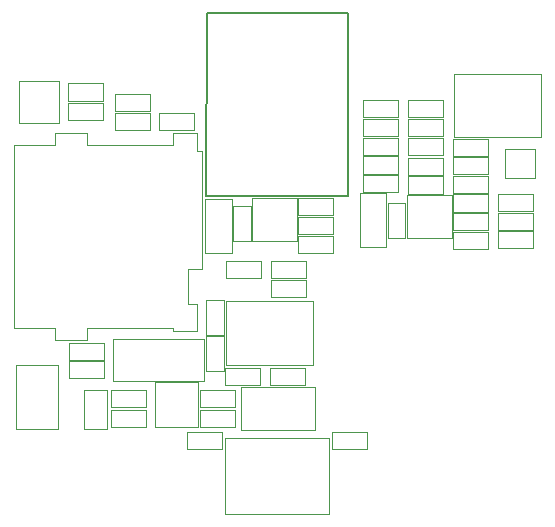
<source format=gbr>
%TF.GenerationSoftware,KiCad,Pcbnew,5.1.5+dfsg1-2~bpo10+1*%
%TF.CreationDate,Date%
%TF.ProjectId,osw,6f73772e-6b69-4636-9164-5f7063625858,3.1*%
%TF.SameCoordinates,Original*%
%TF.FileFunction,Other,User*%
%FSLAX46Y46*%
G04 Gerber Fmt 4.6, Leading zero omitted, Abs format (unit mm)*
G04 Created by KiCad*
%MOMM*%
%LPD*%
G04 APERTURE LIST*
%ADD10C,0.050000*%
%ADD11C,0.150000*%
G04 APERTURE END LIST*
D10*
%TO.C,J1*%
X137947400Y-124091700D02*
X141503400Y-124091700D01*
X137947400Y-118630700D02*
X137947400Y-124091700D01*
X141503400Y-118630700D02*
X137947400Y-118630700D01*
X141503400Y-124091700D02*
X141503400Y-118630700D01*
%TO.C,C12*%
X162452500Y-111474500D02*
X162452500Y-112934500D01*
X162452500Y-112934500D02*
X159492500Y-112934500D01*
X159492500Y-112934500D02*
X159492500Y-111474500D01*
X159492500Y-111474500D02*
X162452500Y-111474500D01*
%TO.C,U3*%
X155685000Y-113251000D02*
X155685000Y-118651000D01*
X155685000Y-118651000D02*
X163085000Y-118651000D01*
X163085000Y-118651000D02*
X163085000Y-113251000D01*
X163085000Y-113251000D02*
X155685000Y-113251000D01*
%TO.C,R25*%
X177882900Y-102524732D02*
X174922900Y-102524732D01*
X177882900Y-101064732D02*
X177882900Y-102524732D01*
X174922900Y-101064732D02*
X177882900Y-101064732D01*
X174922900Y-102524732D02*
X174922900Y-101064732D01*
%TO.C,R24*%
X177882900Y-104110115D02*
X174922900Y-104110115D01*
X177882900Y-102650115D02*
X177882900Y-104110115D01*
X174922900Y-102650115D02*
X177882900Y-102650115D01*
X174922900Y-104110115D02*
X174922900Y-102650115D01*
%TO.C,R23*%
X171113000Y-102711500D02*
X174073000Y-102711500D01*
X171113000Y-104171500D02*
X171113000Y-102711500D01*
X174073000Y-104171500D02*
X171113000Y-104171500D01*
X174073000Y-102711500D02*
X174073000Y-104171500D01*
%TO.C,R20*%
X174098400Y-102584000D02*
X171138400Y-102584000D01*
X174098400Y-101124000D02*
X174098400Y-102584000D01*
X171138400Y-101124000D02*
X174098400Y-101124000D01*
X171138400Y-102584000D02*
X171138400Y-101124000D01*
%TO.C,R3*%
X174073000Y-100933000D02*
X171113000Y-100933000D01*
X174073000Y-99473000D02*
X174073000Y-100933000D01*
X171113000Y-99473000D02*
X174073000Y-99473000D01*
X171113000Y-100933000D02*
X171113000Y-99473000D01*
D11*
%TO.C,U8*%
X154056400Y-88884000D02*
X165994400Y-88884000D01*
X154005600Y-104378000D02*
X165994400Y-104378000D01*
X154005600Y-104378000D02*
X154056400Y-88884000D01*
X165994400Y-104378000D02*
X165994400Y-88884000D01*
D10*
%TO.C,R18*%
X174047600Y-97832583D02*
X174047600Y-99292583D01*
X174047600Y-99292583D02*
X171087600Y-99292583D01*
X171087600Y-99292583D02*
X171087600Y-97832583D01*
X171087600Y-97832583D02*
X174047600Y-97832583D01*
%TO.C,C11*%
X174047600Y-96247200D02*
X174047600Y-97707200D01*
X174047600Y-97707200D02*
X171087600Y-97707200D01*
X171087600Y-97707200D02*
X171087600Y-96247200D01*
X171087600Y-96247200D02*
X174047600Y-96247200D01*
%TO.C,C21*%
X167302900Y-97707200D02*
X167302900Y-96247200D01*
X167302900Y-96247200D02*
X170262900Y-96247200D01*
X170262900Y-96247200D02*
X170262900Y-97707200D01*
X170262900Y-97707200D02*
X167302900Y-97707200D01*
%TO.C,C22*%
X146284500Y-98774000D02*
X146284500Y-97314000D01*
X146284500Y-97314000D02*
X149244500Y-97314000D01*
X149244500Y-97314000D02*
X149244500Y-98774000D01*
X149244500Y-98774000D02*
X146284500Y-98774000D01*
%TO.C,C20*%
X167302900Y-99292583D02*
X167302900Y-97832583D01*
X167302900Y-97832583D02*
X170262900Y-97832583D01*
X170262900Y-97832583D02*
X170262900Y-99292583D01*
X170262900Y-99292583D02*
X167302900Y-99292583D01*
%TO.C,XS1*%
X137700000Y-100050000D02*
X137700000Y-115550000D01*
X137700000Y-100050000D02*
X141200000Y-100050000D01*
X141200000Y-100050000D02*
X141200000Y-99050000D01*
X141200000Y-99050000D02*
X143950000Y-99050000D01*
X143950000Y-99050000D02*
X143950000Y-100050000D01*
X143950000Y-100050000D02*
X151200000Y-100050000D01*
X151200000Y-100050000D02*
X151200000Y-99050000D01*
X151200000Y-99050000D02*
X153200000Y-99050000D01*
X153200000Y-99050000D02*
X153200000Y-100550000D01*
X153200000Y-100550000D02*
X153700000Y-100550000D01*
X153700000Y-100550000D02*
X153700000Y-110550000D01*
X153700000Y-110550000D02*
X152450000Y-110550000D01*
X152450000Y-110550000D02*
X152450000Y-113550000D01*
X152450000Y-113550000D02*
X153200000Y-113550000D01*
X153200000Y-113550000D02*
X153200000Y-115800000D01*
X153200000Y-115800000D02*
X151200000Y-115800000D01*
X151200000Y-115800000D02*
X151200000Y-115550000D01*
X151200000Y-115550000D02*
X143950000Y-115550000D01*
X143950000Y-115550000D02*
X143950000Y-116550000D01*
X143950000Y-116550000D02*
X141200000Y-116550000D01*
X141200000Y-116550000D02*
X141200000Y-115550000D01*
X141200000Y-115550000D02*
X137700000Y-115550000D01*
%TO.C,U13*%
X157866000Y-108162500D02*
X157866000Y-104562500D01*
X161666000Y-108162500D02*
X157866000Y-108162500D01*
X161666000Y-104562500D02*
X161666000Y-108162500D01*
X157866000Y-104562500D02*
X161666000Y-104562500D01*
%TO.C,U10*%
X171010500Y-107908500D02*
X171010500Y-104308500D01*
X174810500Y-107908500D02*
X171010500Y-107908500D01*
X174810500Y-104308500D02*
X174810500Y-107908500D01*
X171010500Y-104308500D02*
X174810500Y-104308500D01*
%TO.C,R22*%
X145244000Y-96297500D02*
X142284000Y-96297500D01*
X145244000Y-94837500D02*
X145244000Y-96297500D01*
X142284000Y-94837500D02*
X145244000Y-94837500D01*
X142284000Y-96297500D02*
X142284000Y-94837500D01*
%TO.C,R21*%
X145244000Y-97961200D02*
X142284000Y-97961200D01*
X145244000Y-96501200D02*
X145244000Y-97961200D01*
X142284000Y-96501200D02*
X145244000Y-96501200D01*
X142284000Y-97961200D02*
X142284000Y-96501200D01*
%TO.C,R12*%
X174923000Y-104235500D02*
X177883000Y-104235500D01*
X174923000Y-105695500D02*
X174923000Y-104235500D01*
X177883000Y-105695500D02*
X174923000Y-105695500D01*
X177883000Y-104235500D02*
X177883000Y-105695500D01*
%TO.C,R2*%
X170288400Y-104048732D02*
X167328400Y-104048732D01*
X170288400Y-102588732D02*
X170288400Y-104048732D01*
X167328400Y-102588732D02*
X170288400Y-102588732D01*
X167328400Y-104048732D02*
X167328400Y-102588732D01*
%TO.C,C19*%
X164738500Y-107600500D02*
X161778500Y-107600500D01*
X164738500Y-106140500D02*
X164738500Y-107600500D01*
X161778500Y-106140500D02*
X164738500Y-106140500D01*
X161778500Y-107600500D02*
X161778500Y-106140500D01*
%TO.C,C18*%
X177883000Y-108870500D02*
X174923000Y-108870500D01*
X177883000Y-107410500D02*
X177883000Y-108870500D01*
X174923000Y-107410500D02*
X177883000Y-107410500D01*
X174923000Y-108870500D02*
X174923000Y-107410500D01*
%TO.C,C17*%
X164738500Y-106013000D02*
X161778500Y-106013000D01*
X164738500Y-104553000D02*
X164738500Y-106013000D01*
X161778500Y-104553000D02*
X164738500Y-104553000D01*
X161778500Y-106013000D02*
X161778500Y-104553000D01*
%TO.C,C16*%
X177883000Y-107283000D02*
X174923000Y-107283000D01*
X177883000Y-105823000D02*
X177883000Y-107283000D01*
X174923000Y-105823000D02*
X177883000Y-105823000D01*
X174923000Y-107283000D02*
X174923000Y-105823000D01*
%TO.C,C15*%
X157765500Y-105200000D02*
X157765500Y-108160000D01*
X156305500Y-105200000D02*
X157765500Y-105200000D01*
X156305500Y-108160000D02*
X156305500Y-105200000D01*
X157765500Y-108160000D02*
X156305500Y-108160000D01*
%TO.C,C14*%
X170846500Y-104946000D02*
X170846500Y-107906000D01*
X169386500Y-104946000D02*
X170846500Y-104946000D01*
X169386500Y-107906000D02*
X169386500Y-104946000D01*
X170846500Y-107906000D02*
X169386500Y-107906000D01*
%TO.C,C6*%
X156187000Y-104590500D02*
X156187000Y-109150500D01*
X153947000Y-104590500D02*
X156187000Y-104590500D01*
X153947000Y-109150500D02*
X153947000Y-104590500D01*
X156187000Y-109150500D02*
X153947000Y-109150500D01*
%TO.C,C5*%
X169268000Y-104146000D02*
X169268000Y-108706000D01*
X167028000Y-104146000D02*
X169268000Y-104146000D01*
X167028000Y-108706000D02*
X167028000Y-104146000D01*
X169268000Y-108706000D02*
X167028000Y-108706000D01*
%TO.C,U2*%
X179344000Y-100350000D02*
X181844000Y-100350000D01*
X179344000Y-102850000D02*
X179344000Y-100350000D01*
X181844000Y-102850000D02*
X179344000Y-102850000D01*
X181844000Y-100350000D02*
X181844000Y-102850000D01*
%TO.C,U9*%
X146137000Y-119987000D02*
X153837000Y-119987000D01*
X146137000Y-116487000D02*
X146137000Y-119987000D01*
X153837000Y-116487000D02*
X146137000Y-116487000D01*
X153837000Y-119987000D02*
X153837000Y-116487000D01*
%TO.C,R19*%
X155479500Y-119209000D02*
X154019500Y-119209000D01*
X154019500Y-119209000D02*
X154019500Y-116249000D01*
X154019500Y-116249000D02*
X155479500Y-116249000D01*
X155479500Y-116249000D02*
X155479500Y-119209000D01*
%TO.C,C13*%
X177883000Y-99536500D02*
X177883000Y-100996500D01*
X177883000Y-100996500D02*
X174923000Y-100996500D01*
X174923000Y-100996500D02*
X174923000Y-99536500D01*
X174923000Y-99536500D02*
X177883000Y-99536500D01*
%TO.C,C10*%
X167302900Y-100877966D02*
X167302900Y-99417966D01*
X167302900Y-99417966D02*
X170262900Y-99417966D01*
X170262900Y-99417966D02*
X170262900Y-100877966D01*
X170262900Y-100877966D02*
X167302900Y-100877966D01*
%TO.C,C9*%
X158579000Y-118904000D02*
X158579000Y-120364000D01*
X158579000Y-120364000D02*
X155619000Y-120364000D01*
X155619000Y-120364000D02*
X155619000Y-118904000D01*
X155619000Y-118904000D02*
X158579000Y-118904000D01*
%TO.C,C8*%
X178733000Y-108807000D02*
X178733000Y-107347000D01*
X178733000Y-107347000D02*
X181693000Y-107347000D01*
X181693000Y-107347000D02*
X181693000Y-108807000D01*
X181693000Y-108807000D02*
X178733000Y-108807000D01*
%TO.C,C7*%
X146297200Y-97148400D02*
X146297200Y-95688400D01*
X146297200Y-95688400D02*
X149257200Y-95688400D01*
X149257200Y-95688400D02*
X149257200Y-97148400D01*
X149257200Y-97148400D02*
X146297200Y-97148400D01*
%TO.C,R17*%
X159492500Y-111347000D02*
X159492500Y-109887000D01*
X159492500Y-109887000D02*
X162452500Y-109887000D01*
X162452500Y-109887000D02*
X162452500Y-111347000D01*
X162452500Y-111347000D02*
X159492500Y-111347000D01*
%TO.C,R16*%
X155682500Y-111347000D02*
X155682500Y-109887000D01*
X155682500Y-109887000D02*
X158642500Y-109887000D01*
X158642500Y-109887000D02*
X158642500Y-111347000D01*
X158642500Y-111347000D02*
X155682500Y-111347000D01*
%TO.C,R7*%
X181667600Y-105640466D02*
X178707600Y-105640466D01*
X181667600Y-104180466D02*
X181667600Y-105640466D01*
X178707600Y-104180466D02*
X181667600Y-104180466D01*
X178707600Y-105640466D02*
X178707600Y-104180466D01*
%TO.C,R6*%
X181667600Y-107225849D02*
X178707600Y-107225849D01*
X181667600Y-105765849D02*
X181667600Y-107225849D01*
X178707600Y-105765849D02*
X181667600Y-105765849D01*
X178707600Y-107225849D02*
X178707600Y-105765849D01*
%TO.C,U1*%
X182389000Y-94010500D02*
X174989000Y-94010500D01*
X182389000Y-99410500D02*
X182389000Y-94010500D01*
X174989000Y-99410500D02*
X182389000Y-99410500D01*
X174989000Y-94010500D02*
X174989000Y-99410500D01*
%TO.C,U6*%
X156933500Y-124214500D02*
X163233500Y-124214500D01*
X156933500Y-120514500D02*
X163233500Y-120514500D01*
X163233500Y-120514500D02*
X163233500Y-124214500D01*
X156933500Y-120514500D02*
X156933500Y-124214500D01*
%TO.C,U11*%
X149711000Y-120147000D02*
X153311000Y-120147000D01*
X149711000Y-123947000D02*
X149711000Y-120147000D01*
X153311000Y-123947000D02*
X149711000Y-123947000D01*
X153311000Y-120147000D02*
X153311000Y-123947000D01*
%TO.C,R11*%
X170262900Y-102463349D02*
X167302900Y-102463349D01*
X170262900Y-101003349D02*
X170262900Y-102463349D01*
X167302900Y-101003349D02*
X170262900Y-101003349D01*
X167302900Y-102463349D02*
X167302900Y-101003349D01*
%TO.C,R10*%
X153016400Y-98774000D02*
X150056400Y-98774000D01*
X153016400Y-97314000D02*
X153016400Y-98774000D01*
X150056400Y-97314000D02*
X153016400Y-97314000D01*
X150056400Y-98774000D02*
X150056400Y-97314000D01*
%TO.C,R14*%
X155479500Y-113201000D02*
X155479500Y-116161000D01*
X154019500Y-113201000D02*
X155479500Y-113201000D01*
X154019500Y-116161000D02*
X154019500Y-113201000D01*
X155479500Y-116161000D02*
X154019500Y-116161000D01*
%TO.C,R4*%
X162389000Y-120364000D02*
X159429000Y-120364000D01*
X162389000Y-118904000D02*
X162389000Y-120364000D01*
X159429000Y-118904000D02*
X162389000Y-118904000D01*
X159429000Y-120364000D02*
X159429000Y-118904000D01*
%TO.C,R15*%
X156420000Y-123920000D02*
X153460000Y-123920000D01*
X156420000Y-122460000D02*
X156420000Y-123920000D01*
X153460000Y-122460000D02*
X156420000Y-122460000D01*
X153460000Y-123920000D02*
X153460000Y-122460000D01*
%TO.C,R13*%
X148927000Y-123920000D02*
X145967000Y-123920000D01*
X148927000Y-122460000D02*
X148927000Y-123920000D01*
X145967000Y-122460000D02*
X148927000Y-122460000D01*
X145967000Y-123920000D02*
X145967000Y-122460000D01*
%TO.C,R1*%
X164738500Y-109188000D02*
X161778500Y-109188000D01*
X164738500Y-107728000D02*
X164738500Y-109188000D01*
X161778500Y-107728000D02*
X164738500Y-107728000D01*
X161778500Y-109188000D02*
X161778500Y-107728000D01*
%TO.C,Q1*%
X141527000Y-94643000D02*
X141527000Y-98143000D01*
X138127000Y-94643000D02*
X141527000Y-94643000D01*
X138127000Y-98143000D02*
X138127000Y-94643000D01*
X141527000Y-98143000D02*
X138127000Y-98143000D01*
%TO.C,D1*%
X143703000Y-124108000D02*
X143703000Y-120748000D01*
X145603000Y-124108000D02*
X143703000Y-124108000D01*
X145603000Y-120748000D02*
X145603000Y-124108000D01*
X143703000Y-120748000D02*
X145603000Y-120748000D01*
%TO.C,C4*%
X142411000Y-118332500D02*
X145371000Y-118332500D01*
X142411000Y-119792500D02*
X142411000Y-118332500D01*
X145371000Y-119792500D02*
X142411000Y-119792500D01*
X145371000Y-118332500D02*
X145371000Y-119792500D01*
%TO.C,C3*%
X142398200Y-116770400D02*
X145358200Y-116770400D01*
X142398200Y-118230400D02*
X142398200Y-116770400D01*
X145358200Y-118230400D02*
X142398200Y-118230400D01*
X145358200Y-116770400D02*
X145358200Y-118230400D01*
%TO.C,C2*%
X145967000Y-120809000D02*
X148927000Y-120809000D01*
X145967000Y-122269000D02*
X145967000Y-120809000D01*
X148927000Y-122269000D02*
X145967000Y-122269000D01*
X148927000Y-120809000D02*
X148927000Y-122269000D01*
%TO.C,C1*%
X153460000Y-120809000D02*
X156420000Y-120809000D01*
X153460000Y-122269000D02*
X153460000Y-120809000D01*
X156420000Y-122269000D02*
X153460000Y-122269000D01*
X156420000Y-120809000D02*
X156420000Y-122269000D01*
%TO.C,R9*%
X152380500Y-124352300D02*
X155340500Y-124352300D01*
X152380500Y-125812300D02*
X152380500Y-124352300D01*
X155340500Y-125812300D02*
X152380500Y-125812300D01*
X155340500Y-124352300D02*
X155340500Y-125812300D01*
%TO.C,R8*%
X167596000Y-125812300D02*
X164636000Y-125812300D01*
X167596000Y-124352300D02*
X167596000Y-125812300D01*
X164636000Y-124352300D02*
X167596000Y-124352300D01*
X164636000Y-125812300D02*
X164636000Y-124352300D01*
%TO.C,U5*%
X164401500Y-124817000D02*
X155638500Y-124817000D01*
X164401500Y-131294000D02*
X164401500Y-124817000D01*
X155638500Y-131294000D02*
X164401500Y-131300000D01*
X155638500Y-124817000D02*
X155638500Y-131294000D01*
%TD*%
M02*

</source>
